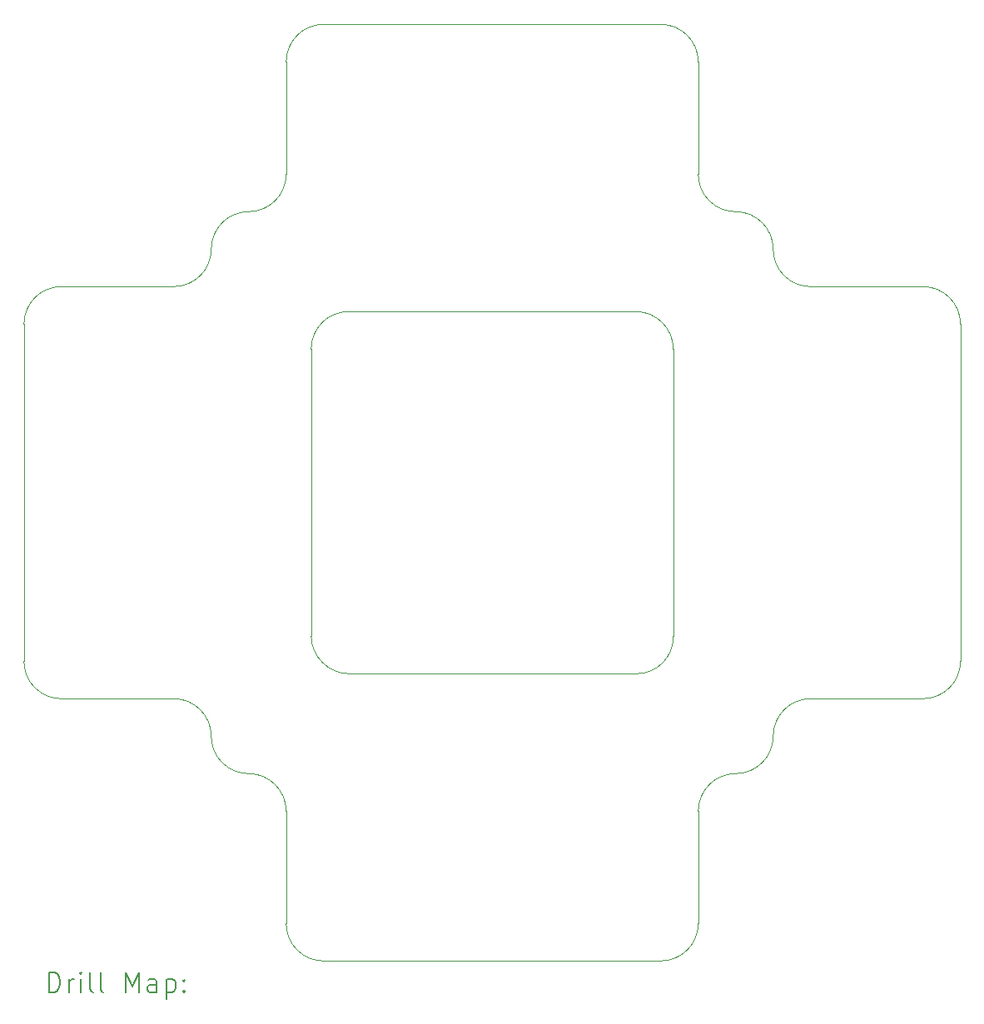
<source format=gbr>
%TF.GenerationSoftware,KiCad,Pcbnew,8.0.6*%
%TF.CreationDate,2025-01-17T02:30:25-08:00*%
%TF.ProjectId,Constellation Saddle V1.0,436f6e73-7465-46c6-9c61-74696f6e2053,rev?*%
%TF.SameCoordinates,Original*%
%TF.FileFunction,Drillmap*%
%TF.FilePolarity,Positive*%
%FSLAX45Y45*%
G04 Gerber Fmt 4.5, Leading zero omitted, Abs format (unit mm)*
G04 Created by KiCad (PCBNEW 8.0.6) date 2025-01-17 02:30:25*
%MOMM*%
%LPD*%
G01*
G04 APERTURE LIST*
%ADD10C,0.100000*%
%ADD11C,0.200000*%
G04 APERTURE END LIST*
D10*
X6858000Y-3556000D02*
G75*
G02*
X7239000Y-3937000I0J-381000D01*
G01*
X2159000Y-7493000D02*
G75*
G02*
X2540000Y-7874000I0J-381000D01*
G01*
X2921000Y-8255000D02*
G75*
G02*
X2540000Y-7874000I0J381000D01*
G01*
X7112000Y-635000D02*
X3683000Y-635000D01*
X8636000Y-3302000D02*
X9779000Y-3302000D01*
X7874000Y-2540000D02*
G75*
G02*
X8255000Y-2921000I0J-381000D01*
G01*
X3302000Y-1016000D02*
G75*
G02*
X3683000Y-635000I381000J0D01*
G01*
X635000Y-3683000D02*
X635000Y-7112000D01*
X7493000Y-8636000D02*
G75*
G02*
X7874000Y-8255000I381000J0D01*
G01*
X3556000Y-3937000D02*
X3556000Y-6858000D01*
X3302000Y-2159000D02*
X3302000Y-1016000D01*
X3683000Y-10160000D02*
X7112000Y-10160000D01*
X2159000Y-3302000D02*
X1016000Y-3302000D01*
X2159000Y-7493000D02*
X1016000Y-7493000D01*
X3556000Y-3937000D02*
G75*
G02*
X3937000Y-3556000I381000J0D01*
G01*
X3302000Y-8636000D02*
X3302000Y-9779000D01*
X8636000Y-7493000D02*
X9779000Y-7493000D01*
X8636000Y-3302000D02*
G75*
G02*
X8255000Y-2921000I0J381000D01*
G01*
X7493000Y-9779000D02*
G75*
G02*
X7112000Y-10160000I-381000J0D01*
G01*
X3937000Y-7239000D02*
X6858000Y-7239000D01*
X9779000Y-3302000D02*
G75*
G02*
X10160000Y-3683000I0J-381000D01*
G01*
X7112000Y-635000D02*
G75*
G02*
X7493000Y-1016000I0J-381000D01*
G01*
X2540000Y-2921000D02*
G75*
G02*
X2159000Y-3302000I-381000J0D01*
G01*
X3937000Y-7239000D02*
G75*
G02*
X3556000Y-6858000I10290J391290D01*
G01*
X8255000Y-7874000D02*
G75*
G02*
X8636000Y-7493000I381000J0D01*
G01*
X3302000Y-2159000D02*
G75*
G02*
X2921000Y-2540000I-381000J0D01*
G01*
X7493000Y-2159000D02*
X7493000Y-1016000D01*
X7493000Y-8636000D02*
X7493000Y-9779000D01*
X10160000Y-7112000D02*
X10160000Y-3683000D01*
X8255000Y-7874000D02*
G75*
G02*
X7874000Y-8255000I-381000J0D01*
G01*
X635000Y-3683000D02*
G75*
G02*
X1016000Y-3302000I381000J0D01*
G01*
X7239000Y-3937000D02*
X7239000Y-6858000D01*
X2540000Y-2921000D02*
G75*
G02*
X2921000Y-2540000I381000J0D01*
G01*
X7874000Y-2540000D02*
G75*
G02*
X7493000Y-2159000I0J381000D01*
G01*
X3937000Y-3556000D02*
X6858000Y-3556000D01*
X10160000Y-7112000D02*
G75*
G02*
X9779000Y-7493000I-381000J0D01*
G01*
X3683000Y-10160000D02*
G75*
G02*
X3302000Y-9779000I0J381000D01*
G01*
X1016000Y-7493000D02*
G75*
G02*
X635000Y-7112000I0J381000D01*
G01*
X2921000Y-8255000D02*
G75*
G02*
X3302000Y-8636000I0J-381000D01*
G01*
X7239000Y-6858000D02*
G75*
G02*
X6858000Y-7239000I-372897J-8103D01*
G01*
D11*
X890777Y-10476484D02*
X890777Y-10276484D01*
X890777Y-10276484D02*
X938396Y-10276484D01*
X938396Y-10276484D02*
X966967Y-10286008D01*
X966967Y-10286008D02*
X986015Y-10305055D01*
X986015Y-10305055D02*
X995539Y-10324103D01*
X995539Y-10324103D02*
X1005062Y-10362198D01*
X1005062Y-10362198D02*
X1005062Y-10390770D01*
X1005062Y-10390770D02*
X995539Y-10428865D01*
X995539Y-10428865D02*
X986015Y-10447912D01*
X986015Y-10447912D02*
X966967Y-10466960D01*
X966967Y-10466960D02*
X938396Y-10476484D01*
X938396Y-10476484D02*
X890777Y-10476484D01*
X1090777Y-10476484D02*
X1090777Y-10343150D01*
X1090777Y-10381246D02*
X1100301Y-10362198D01*
X1100301Y-10362198D02*
X1109824Y-10352674D01*
X1109824Y-10352674D02*
X1128872Y-10343150D01*
X1128872Y-10343150D02*
X1147920Y-10343150D01*
X1214586Y-10476484D02*
X1214586Y-10343150D01*
X1214586Y-10276484D02*
X1205063Y-10286008D01*
X1205063Y-10286008D02*
X1214586Y-10295531D01*
X1214586Y-10295531D02*
X1224110Y-10286008D01*
X1224110Y-10286008D02*
X1214586Y-10276484D01*
X1214586Y-10276484D02*
X1214586Y-10295531D01*
X1338396Y-10476484D02*
X1319348Y-10466960D01*
X1319348Y-10466960D02*
X1309824Y-10447912D01*
X1309824Y-10447912D02*
X1309824Y-10276484D01*
X1443158Y-10476484D02*
X1424110Y-10466960D01*
X1424110Y-10466960D02*
X1414586Y-10447912D01*
X1414586Y-10447912D02*
X1414586Y-10276484D01*
X1671729Y-10476484D02*
X1671729Y-10276484D01*
X1671729Y-10276484D02*
X1738396Y-10419341D01*
X1738396Y-10419341D02*
X1805062Y-10276484D01*
X1805062Y-10276484D02*
X1805062Y-10476484D01*
X1986015Y-10476484D02*
X1986015Y-10371722D01*
X1986015Y-10371722D02*
X1976491Y-10352674D01*
X1976491Y-10352674D02*
X1957443Y-10343150D01*
X1957443Y-10343150D02*
X1919348Y-10343150D01*
X1919348Y-10343150D02*
X1900301Y-10352674D01*
X1986015Y-10466960D02*
X1966967Y-10476484D01*
X1966967Y-10476484D02*
X1919348Y-10476484D01*
X1919348Y-10476484D02*
X1900301Y-10466960D01*
X1900301Y-10466960D02*
X1890777Y-10447912D01*
X1890777Y-10447912D02*
X1890777Y-10428865D01*
X1890777Y-10428865D02*
X1900301Y-10409817D01*
X1900301Y-10409817D02*
X1919348Y-10400293D01*
X1919348Y-10400293D02*
X1966967Y-10400293D01*
X1966967Y-10400293D02*
X1986015Y-10390770D01*
X2081253Y-10343150D02*
X2081253Y-10543150D01*
X2081253Y-10352674D02*
X2100301Y-10343150D01*
X2100301Y-10343150D02*
X2138396Y-10343150D01*
X2138396Y-10343150D02*
X2157444Y-10352674D01*
X2157444Y-10352674D02*
X2166967Y-10362198D01*
X2166967Y-10362198D02*
X2176491Y-10381246D01*
X2176491Y-10381246D02*
X2176491Y-10438389D01*
X2176491Y-10438389D02*
X2166967Y-10457436D01*
X2166967Y-10457436D02*
X2157444Y-10466960D01*
X2157444Y-10466960D02*
X2138396Y-10476484D01*
X2138396Y-10476484D02*
X2100301Y-10476484D01*
X2100301Y-10476484D02*
X2081253Y-10466960D01*
X2262205Y-10457436D02*
X2271729Y-10466960D01*
X2271729Y-10466960D02*
X2262205Y-10476484D01*
X2262205Y-10476484D02*
X2252682Y-10466960D01*
X2252682Y-10466960D02*
X2262205Y-10457436D01*
X2262205Y-10457436D02*
X2262205Y-10476484D01*
X2262205Y-10352674D02*
X2271729Y-10362198D01*
X2271729Y-10362198D02*
X2262205Y-10371722D01*
X2262205Y-10371722D02*
X2252682Y-10362198D01*
X2252682Y-10362198D02*
X2262205Y-10352674D01*
X2262205Y-10352674D02*
X2262205Y-10371722D01*
M02*

</source>
